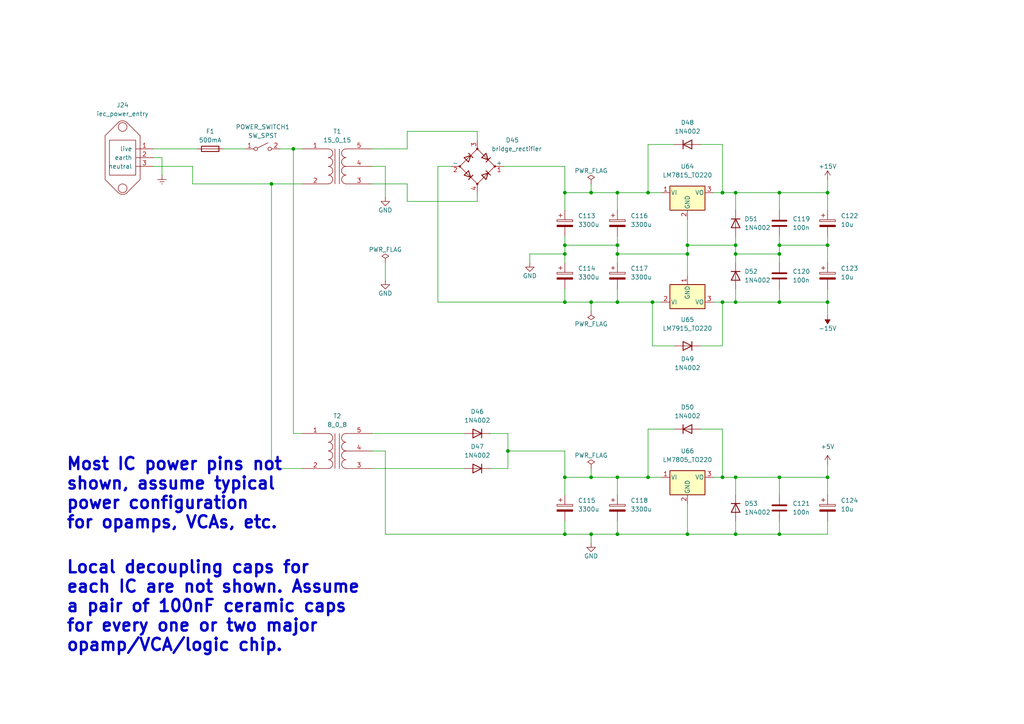
<source format=kicad_sch>
(kicad_sch (version 20221206) (generator eeschema)
  (paper "A4")
  (title_block (title "J.P. Fundrums") (date "2023-02-02") (rev "0") (comment 1 "creativecommons.org/licences/by/4.0/") (comment 2 "Licence: CC by 4.0") (comment 3 "Author: Jordan Aceto"))
  (lib_symbols
    (symbol "Device:C" (pin_numbers hide) (pin_names (offset 0.254))
      (property "Reference" "C" (at 0.635 2.54 0))
      (property "Value" "C" (at 0.635 -2.54 0))
      (symbol "C_0_1"
        (polyline (pts (xy -2.032 -0.762) (xy 2.032 -0.762)) (stroke (width 0.508)))
        (polyline (pts (xy -2.032 0.762) (xy 2.032 0.762)) (stroke (width 0.508)))
      )
      (symbol "C_1_1"
        (pin passive line (at 0 3.81 270) (length 2.794) (name "~") (number "1"))
        (pin passive line (at 0 -3.81 90) (length 2.794) (name "~") (number "2"))
      )
    )
    (symbol "Device:C_Polarized" (pin_numbers hide) (pin_names (offset 0.254))
      (property "Reference" "C" (at 0.635 2.54 0))
      (property "Value" "C_Polarized" (at 0.635 -2.54 0))
      (symbol "C_Polarized_0_1"
        (rectangle (start -2.286 0.508) (end 2.286 1.016))
        (polyline (pts (xy -1.778 2.286) (xy -0.762 2.286)))
        (polyline (pts (xy -1.27 2.794) (xy -1.27 1.778)))
        (rectangle (start 2.286 -0.508) (end -2.286 -1.016) (fill (type outline)))
      )
      (symbol "C_Polarized_1_1"
        (pin passive line (at 0 3.81 270) (length 2.794) (name "~") (number "1"))
        (pin passive line (at 0 -3.81 90) (length 2.794) (name "~") (number "2"))
      )
    )
    (symbol "Device:D_Bridge_+-AA" (pin_names (offset 0))
      (property "Reference" "D" (at 2.54 6.985 0))
      (property "Value" "D_Bridge_+-AA" (at 2.54 5.08 0))
      (symbol "D_Bridge_+-AA_0_1"
        (circle (center -5.08 0) (radius 0.254) (fill (type outline)))
        (circle (center 0 -5.08) (radius 0.254) (fill (type outline)))
        (polyline (pts (xy -2.54 3.81) (xy -1.27 2.54)) (stroke (width 0.254)))
        (polyline (pts (xy -1.27 -2.54) (xy -2.54 -3.81)) (stroke (width 0.254)))
        (polyline (pts (xy 2.54 -1.27) (xy 3.81 -2.54)) (stroke (width 0.254)))
        (polyline (pts (xy 2.54 1.27) (xy 3.81 2.54)) (stroke (width 0.254)))
        (polyline (pts (xy -3.81 2.54) (xy -2.54 1.27) (xy -1.905 3.175) (xy -3.81 2.54)) (stroke (width 0.254)))
        (polyline (pts (xy -2.54 -1.27) (xy -3.81 -2.54) (xy -1.905 -3.175) (xy -2.54 -1.27)) (stroke (width 0.254)))
        (polyline (pts (xy 1.27 2.54) (xy 2.54 3.81) (xy 3.175 1.905) (xy 1.27 2.54)) (stroke (width 0.254)))
        (polyline (pts (xy 3.175 -1.905) (xy 1.27 -2.54) (xy 2.54 -3.81) (xy 3.175 -1.905)) (stroke (width 0.254)))
        (polyline (pts (xy -5.08 0) (xy 0 -5.08) (xy 5.08 0) (xy 0 5.08) (xy -5.08 0)))
        (circle (center 0 5.08) (radius 0.254) (fill (type outline)))
        (circle (center 5.08 0) (radius 0.254) (fill (type outline)))
      )
      (symbol "D_Bridge_+-AA_1_1"
        (pin passive line (at 7.62 0 180) (length 2.54) (name "+") (number "1"))
        (pin passive line (at -7.62 0 0) (length 2.54) (name "-") (number "2"))
        (pin passive line (at 0 7.62 270) (length 2.54) (name "~") (number "3"))
        (pin passive line (at 0 -7.62 90) (length 2.54) (name "~") (number "4"))
      )
    )
    (symbol "Device:Fuse" (pin_numbers hide) (pin_names (offset 0))
      (property "Reference" "F" (at 2.032 0 90))
      (property "Value" "Fuse" (at -1.905 0 90))
      (symbol "Fuse_0_1"
        (rectangle (start -0.762 -2.54) (end 0.762 2.54) (stroke (width 0.254)))
        (polyline (pts (xy 0 2.54) (xy 0 -2.54)))
      )
      (symbol "Fuse_1_1"
        (pin passive line (at 0 3.81 270) (length 1.27) (name "~") (number "1"))
        (pin passive line (at 0 -3.81 90) (length 1.27) (name "~") (number "2"))
      )
    )
    (symbol "Device:Transformer_1P_SS" (pin_names (offset 1.016) hide)
      (property "Reference" "T" (at 0 6.35 0))
      (property "Value" "Transformer_1P_SS" (at 0 -7.62 0))
      (symbol "Transformer_1P_SS_0_1"
        (arc (start -2.54 -5.0546) (mid -1.6561 -4.6863) (end -1.27 -3.81))
        (arc (start -2.54 -2.5146) (mid -1.6561 -2.1463) (end -1.27 -1.27))
        (arc (start -2.54 0.0254) (mid -1.6561 0.3937) (end -1.27 1.27))
        (arc (start -2.54 2.5654) (mid -1.6561 2.9337) (end -1.27 3.81))
        (arc (start -1.27 -3.81) (mid -1.642 -2.912) (end -2.54 -2.54))
        (arc (start -1.27 -1.27) (mid -1.642 -0.372) (end -2.54 0))
        (arc (start -1.27 1.27) (mid -1.642 2.168) (end -2.54 2.54))
        (arc (start -1.27 3.81) (mid -1.642 4.708) (end -2.54 5.08))
        (polyline (pts (xy -0.635 5.08) (xy -0.635 -5.08)))
        (polyline (pts (xy 0.635 -5.08) (xy 0.635 5.08)))
        (arc (start 1.2954 -1.27) (mid 1.6599 -2.1501) (end 2.54 -2.5146))
        (arc (start 1.2954 1.27) (mid 1.6599 0.3899) (end 2.54 0.0254))
        (arc (start 1.2954 3.81) (mid 1.6599 2.9299) (end 2.54 2.5654))
        (arc (start 1.3208 -3.81) (mid 1.6853 -4.6901) (end 2.5654 -5.0546))
        (arc (start 2.54 0) (mid 1.6456 -0.3683) (end 1.2954 -1.27))
        (arc (start 2.54 2.54) (mid 1.6456 2.1717) (end 1.2954 1.27))
        (arc (start 2.54 5.08) (mid 1.6456 4.7117) (end 1.2954 3.81))
        (arc (start 2.5654 -2.54) (mid 1.671 -2.9083) (end 1.3208 -3.81))
      )
      (symbol "Transformer_1P_SS_1_1"
        (pin passive line (at -10.16 5.08 0) (length 7.62) (name "AA") (number "1"))
        (pin passive line (at -10.16 -5.08 0) (length 7.62) (name "AB") (number "2"))
        (pin passive line (at 10.16 -5.08 180) (length 7.62) (name "SA") (number "3"))
        (pin passive line (at 10.16 0 180) (length 7.62) (name "SC") (number "4"))
        (pin passive line (at 10.16 5.08 180) (length 7.62) (name "SB") (number "5"))
      )
    )
    (symbol "Diode:1N4002" (pin_numbers hide) (pin_names (offset 1.016) hide)
      (property "Reference" "D" (at 0 2.54 0))
      (property "Value" "1N4002" (at 0 -2.54 0))
      (symbol "1N4002_0_1"
        (polyline (pts (xy -1.27 1.27) (xy -1.27 -1.27)) (stroke (width 0.254)))
        (polyline (pts (xy 1.27 0) (xy -1.27 0)))
        (polyline (pts (xy 1.27 1.27) (xy 1.27 -1.27) (xy -1.27 0) (xy 1.27 1.27)) (stroke (width 0.254)))
      )
      (symbol "1N4002_1_1"
        (pin passive line (at -3.81 0 0) (length 2.54) (name "K") (number "1"))
        (pin passive line (at 3.81 0 180) (length 2.54) (name "A") (number "2"))
      )
    )
    (symbol "Regulator_Linear:LM7805_TO220" (pin_names (offset 0.254))
      (property "Reference" "U" (at -3.81 3.175 0))
      (property "Value" "LM7805_TO220" (at 0 3.175 0))
      (symbol "LM7805_TO220_0_1"
        (rectangle (start -5.08 1.905) (end 5.08 -5.08) (stroke (width 0.254)) (fill (type background)))
      )
      (symbol "LM7805_TO220_1_1"
        (pin power_in line (at -7.62 0 0) (length 2.54) (name "VI") (number "1"))
        (pin power_in line (at 0 -7.62 90) (length 2.54) (name "GND") (number "2"))
        (pin power_out line (at 7.62 0 180) (length 2.54) (name "VO") (number "3"))
      )
    )
    (symbol "Regulator_Linear:LM7815_TO220" (pin_names (offset 0.254))
      (property "Reference" "U" (at -3.81 3.175 0))
      (property "Value" "LM7815_TO220" (at 0 3.175 0))
      (symbol "LM7815_TO220_0_1"
        (rectangle (start -5.08 1.905) (end 5.08 -5.08) (stroke (width 0.254)) (fill (type background)))
      )
      (symbol "LM7815_TO220_1_1"
        (pin power_in line (at -7.62 0 0) (length 2.54) (name "VI") (number "1"))
        (pin power_in line (at 0 -7.62 90) (length 2.54) (name "GND") (number "2"))
        (pin power_out line (at 7.62 0 180) (length 2.54) (name "VO") (number "3"))
      )
    )
    (symbol "Regulator_Linear:LM7915_TO220" (pin_names (offset 0.254))
      (property "Reference" "U" (at -3.81 -3.175 0))
      (property "Value" "LM7915_TO220" (at 0 -3.175 0))
      (symbol "LM7915_TO220_0_1"
        (rectangle (start -5.08 5.08) (end 5.08 -1.905) (stroke (width 0.254)) (fill (type background)))
      )
      (symbol "LM7915_TO220_1_1"
        (pin power_in line (at 0 7.62 270) (length 2.54) (name "GND") (number "1"))
        (pin power_in line (at -7.62 0 0) (length 2.54) (name "VI") (number "2"))
        (pin power_out line (at 7.62 0 180) (length 2.54) (name "VO") (number "3"))
      )
    )
    (symbol "Switch:SW_SPST" (pin_names (offset 0) hide)
      (property "Reference" "SW" (at 0 3.175 0))
      (property "Value" "SW_SPST" (at 0 -2.54 0))
      (symbol "SW_SPST_0_0"
        (circle (center -2.032 0) (radius 0.508))
        (polyline (pts (xy -1.524 0.254) (xy 1.524 1.778)))
        (circle (center 2.032 0) (radius 0.508))
      )
      (symbol "SW_SPST_1_1"
        (pin passive line (at -5.08 0 0) (length 2.54) (name "A") (number "1"))
        (pin passive line (at 5.08 0 180) (length 2.54) (name "B") (number "2"))
      )
    )
    (symbol "custom_symbols:iec_power_entry" (pin_names (offset 1.016))
      (property "Reference" "J" (at 0 7.62 0))
      (property "Value" "iec_power_entry" (at 0 6.35 0))
      (symbol "iec_power_entry_0_1"
        (arc (start -10.16 1.27) (mid -10.6861 0) (end -10.16 -1.27))
        (circle (center -8.89 0) (radius 1.27))
        (polyline (pts (xy -6.35 -5.08) (xy -10.16 -1.27)))
        (polyline (pts (xy -6.35 5.08) (xy -10.16 1.27)))
        (polyline (pts (xy -6.35 -5.08) (xy 6.35 -5.08) (xy 10.16 -1.27)))
        (polyline (pts (xy -6.35 5.08) (xy 6.35 5.08) (xy 10.16 1.27)))
        (rectangle (start 5.08 3.81) (end -5.08 -3.81))
        (circle (center 8.89 0) (radius 1.27))
        (arc (start 10.16 -1.27) (mid 10.6861 0) (end 10.16 1.27))
      )
      (symbol "iec_power_entry_1_1"
        (pin power_out line (at -2.54 -8.89 90) (length 5.08) (name "live") (number "1"))
        (pin power_out line (at 0 -8.89 90) (length 5.08) (name "earth") (number "2"))
        (pin power_out line (at 2.54 -8.89 90) (length 5.08) (name "neutral") (number "3"))
      )
    )
    (symbol "power:+15V" (power) (pin_names (offset 0))
      (property "Value" "+15V" (at 0 3.556 0))
      (symbol "+15V_0_1"
        (polyline (pts (xy -0.762 1.27) (xy 0 2.54)))
        (polyline (pts (xy 0 0) (xy 0 2.54)))
        (polyline (pts (xy 0 2.54) (xy 0.762 1.27)))
      )
      (symbol "+15V_1_1"
        (pin power_in line (at 0 0 90) (length 0) hide (name "+15V") (number "1"))
      )
    )
    (symbol "power:+5V" (power) (pin_names (offset 0))
      (property "Value" "+5V" (at 0 3.556 0))
      (symbol "+5V_0_1"
        (polyline (pts (xy -0.762 1.27) (xy 0 2.54)))
        (polyline (pts (xy 0 0) (xy 0 2.54)))
        (polyline (pts (xy 0 2.54) (xy 0.762 1.27)))
      )
      (symbol "+5V_1_1"
        (pin power_in line (at 0 0 90) (length 0) hide (name "+5V") (number "1"))
      )
    )
    (symbol "power:-15V" (power) (pin_names (offset 0))
      (property "Value" "-15V" (at 0 3.81 0))
      (symbol "-15V_0_0"
        (pin power_in line (at 0 0 90) (length 0) hide (name "-15V") (number "1"))
      )
      (symbol "-15V_0_1"
        (polyline (pts (xy 0 0) (xy 0 1.27) (xy 0.762 1.27) (xy 0 2.54) (xy -0.762 1.27) (xy 0 1.27)) (fill (type outline)))
      )
    )
    (symbol "power:Earth" (power) (pin_names (offset 0))
      (symbol "Earth_0_1"
        (polyline (pts (xy -0.635 -1.905) (xy 0.635 -1.905)))
        (polyline (pts (xy -0.127 -2.54) (xy 0.127 -2.54)))
        (polyline (pts (xy 0 -1.27) (xy 0 0)))
        (polyline (pts (xy 1.27 -1.27) (xy -1.27 -1.27)))
      )
      (symbol "Earth_1_1"
        (pin power_in line (at 0 0 270) (length 0) hide (name "Earth") (number "1"))
      )
    )
    (symbol "power:GND" (power) (pin_names (offset 0))
      (property "Value" "GND" (at 0 -3.81 0))
      (symbol "GND_0_1"
        (polyline (pts (xy 0 0) (xy 0 -1.27) (xy 1.27 -1.27) (xy 0 -2.54) (xy -1.27 -1.27) (xy 0 -1.27)))
      )
      (symbol "GND_1_1"
        (pin power_in line (at 0 0 270) (length 0) hide (name "GND") (number "1"))
      )
    )
    (symbol "power:PWR_FLAG" (power) (pin_numbers hide) (pin_names (offset 0) hide)
      (property "Value" "PWR_FLAG" (at 0 3.81 0))
      (symbol "PWR_FLAG_0_0"
        (pin power_out line (at 0 0 90) (length 0) (name "pwr") (number "1"))
      )
      (symbol "PWR_FLAG_0_1"
        (polyline (pts (xy 0 0) (xy 0 1.27) (xy -1.016 1.905) (xy 0 2.54) (xy 1.016 1.905) (xy 0 1.27)))
      )
    )
  )
  (junction (at 163.83 138.43))
  (junction (at 163.83 73.66))
  (junction (at 226.06 55.88))
  (junction (at 179.07 154.94))
  (junction (at 226.06 71.12))
  (junction (at 226.06 87.63))
  (junction (at 147.32 130.81))
  (junction (at 171.45 87.63))
  (junction (at 171.45 138.43))
  (junction (at 240.03 87.63))
  (junction (at 213.36 73.66))
  (junction (at 213.36 154.94))
  (junction (at 199.39 71.12))
  (junction (at 187.96 138.43))
  (junction (at 213.36 55.88))
  (junction (at 209.55 87.63))
  (junction (at 209.55 55.88))
  (junction (at 199.39 73.66))
  (junction (at 85.09 43.18))
  (junction (at 163.83 154.94))
  (junction (at 240.03 55.88))
  (junction (at 213.36 138.43))
  (junction (at 213.36 87.63))
  (junction (at 226.06 138.43))
  (junction (at 171.45 55.88))
  (junction (at 187.96 55.88))
  (junction (at 209.55 138.43))
  (junction (at 179.07 87.63))
  (junction (at 240.03 71.12))
  (junction (at 163.83 71.12))
  (junction (at 226.06 154.94))
  (junction (at 189.23 87.63))
  (junction (at 179.07 138.43))
  (junction (at 179.07 55.88))
  (junction (at 179.07 73.66))
  (junction (at 213.36 71.12))
  (junction (at 199.39 154.94))
  (junction (at 171.45 154.94))
  (junction (at 163.83 87.63))
  (junction (at 226.06 73.66))
  (junction (at 163.83 55.88))
  (junction (at 240.03 138.43))
  (junction (at 78.74 53.34))
  (junction (at 179.07 71.12))
  (wire (pts (xy 118.11 53.34) (xy 118.11 58.42)))
  (wire (pts (xy 213.36 68.58) (xy 213.36 71.12)))
  (wire (pts (xy 147.32 135.89) (xy 147.32 130.81)))
  (wire (pts (xy 163.83 48.26) (xy 163.83 55.88)))
  (wire (pts (xy 199.39 71.12) (xy 213.36 71.12)))
  (wire (pts (xy 226.06 154.94) (xy 240.03 154.94)))
  (wire (pts (xy 179.07 55.88) (xy 187.96 55.88)))
  (wire (pts (xy 138.43 40.64) (xy 138.43 38.1)))
  (wire (pts (xy 199.39 154.94) (xy 213.36 154.94)))
  (wire (pts (xy 87.63 125.73) (xy 85.09 125.73)))
  (wire (pts (xy 199.39 146.05) (xy 199.39 154.94)))
  (wire (pts (xy 111.76 154.94) (xy 163.83 154.94)))
  (wire (pts (xy 209.55 124.46) (xy 203.2 124.46)))
  (wire (pts (xy 127 48.26) (xy 130.81 48.26)))
  (wire (pts (xy 213.36 138.43) (xy 209.55 138.43)))
  (wire (pts (xy 207.01 87.63) (xy 209.55 87.63)))
  (wire (pts (xy 213.36 87.63) (xy 226.06 87.63)))
  (wire (pts (xy 179.07 73.66) (xy 179.07 76.2)))
  (wire (pts (xy 111.76 130.81) (xy 107.95 130.81)))
  (wire (pts (xy 111.76 48.26) (xy 107.95 48.26)))
  (wire (pts (xy 179.07 151.13) (xy 179.07 154.94)))
  (wire (pts (xy 199.39 63.5) (xy 199.39 71.12)))
  (wire (pts (xy 163.83 138.43) (xy 171.45 138.43)))
  (wire (pts (xy 240.03 71.12) (xy 240.03 76.2)))
  (wire (pts (xy 226.06 55.88) (xy 226.06 60.96)))
  (wire (pts (xy 226.06 87.63) (xy 240.03 87.63)))
  (wire (pts (xy 213.36 55.88) (xy 209.55 55.88)))
  (wire (pts (xy 209.55 41.91) (xy 203.2 41.91)))
  (wire (pts (xy 240.03 52.07) (xy 240.03 55.88)))
  (wire (pts (xy 81.28 43.18) (xy 85.09 43.18)))
  (wire (pts (xy 153.67 73.66) (xy 163.83 73.66)))
  (wire (pts (xy 163.83 73.66) (xy 163.83 76.2)))
  (wire (pts (xy 213.36 71.12) (xy 213.36 73.66)))
  (wire (pts (xy 240.03 87.63) (xy 240.03 83.82)))
  (wire (pts (xy 138.43 38.1) (xy 118.11 38.1)))
  (wire (pts (xy 163.83 87.63) (xy 171.45 87.63)))
  (wire (pts (xy 134.62 125.73) (xy 107.95 125.73)))
  (wire (pts (xy 213.36 138.43) (xy 213.36 143.51)))
  (wire (pts (xy 163.83 138.43) (xy 163.83 143.51)))
  (wire (pts (xy 163.83 83.82) (xy 163.83 87.63)))
  (wire (pts (xy 85.09 43.18) (xy 87.63 43.18)))
  (wire (pts (xy 209.55 138.43) (xy 207.01 138.43)))
  (wire (pts (xy 213.36 83.82) (xy 213.36 87.63)))
  (wire (pts (xy 179.07 87.63) (xy 189.23 87.63)))
  (wire (pts (xy 213.36 73.66) (xy 226.06 73.66)))
  (wire (pts (xy 171.45 55.88) (xy 179.07 55.88)))
  (wire (pts (xy 226.06 138.43) (xy 240.03 138.43)))
  (wire (pts (xy 226.06 71.12) (xy 240.03 71.12)))
  (wire (pts (xy 138.43 58.42) (xy 138.43 55.88)))
  (wire (pts (xy 209.55 55.88) (xy 209.55 41.91)))
  (wire (pts (xy 226.06 55.88) (xy 240.03 55.88)))
  (wire (pts (xy 153.67 76.2) (xy 153.67 73.66)))
  (wire (pts (xy 78.74 53.34) (xy 55.88 53.34)))
  (wire (pts (xy 171.45 90.17) (xy 171.45 87.63)))
  (wire (pts (xy 187.96 55.88) (xy 187.96 41.91)))
  (wire (pts (xy 127 87.63) (xy 127 48.26)))
  (wire (pts (xy 163.83 130.81) (xy 163.83 138.43)))
  (wire (pts (xy 213.36 151.13) (xy 213.36 154.94)))
  (wire (pts (xy 203.2 100.33) (xy 209.55 100.33)))
  (wire (pts (xy 179.07 60.96) (xy 179.07 55.88)))
  (wire (pts (xy 209.55 138.43) (xy 209.55 124.46)))
  (wire (pts (xy 163.83 87.63) (xy 127 87.63)))
  (wire (pts (xy 163.83 71.12) (xy 179.07 71.12)))
  (wire (pts (xy 213.36 138.43) (xy 226.06 138.43)))
  (wire (pts (xy 240.03 143.51) (xy 240.03 138.43)))
  (wire (pts (xy 226.06 73.66) (xy 226.06 76.2)))
  (wire (pts (xy 240.03 68.58) (xy 240.03 71.12)))
  (wire (pts (xy 111.76 130.81) (xy 111.76 154.94)))
  (wire (pts (xy 142.24 135.89) (xy 147.32 135.89)))
  (wire (pts (xy 171.45 53.34) (xy 171.45 55.88)))
  (wire (pts (xy 64.77 43.18) (xy 71.12 43.18)))
  (wire (pts (xy 187.96 138.43) (xy 187.96 124.46)))
  (wire (pts (xy 191.77 55.88) (xy 187.96 55.88)))
  (wire (pts (xy 147.32 125.73) (xy 142.24 125.73)))
  (wire (pts (xy 171.45 135.89) (xy 171.45 138.43)))
  (wire (pts (xy 107.95 53.34) (xy 118.11 53.34)))
  (wire (pts (xy 55.88 53.34) (xy 55.88 48.26)))
  (wire (pts (xy 213.36 154.94) (xy 226.06 154.94)))
  (wire (pts (xy 171.45 138.43) (xy 179.07 138.43)))
  (wire (pts (xy 107.95 135.89) (xy 134.62 135.89)))
  (wire (pts (xy 163.83 68.58) (xy 163.83 71.12)))
  (wire (pts (xy 226.06 83.82) (xy 226.06 87.63)))
  (wire (pts (xy 240.03 60.96) (xy 240.03 55.88)))
  (wire (pts (xy 226.06 138.43) (xy 226.06 143.51)))
  (wire (pts (xy 87.63 135.89) (xy 78.74 135.89)))
  (wire (pts (xy 179.07 68.58) (xy 179.07 71.12)))
  (wire (pts (xy 87.63 53.34) (xy 78.74 53.34)))
  (wire (pts (xy 146.05 48.26) (xy 163.83 48.26)))
  (wire (pts (xy 179.07 154.94) (xy 199.39 154.94)))
  (wire (pts (xy 240.03 134.62) (xy 240.03 138.43)))
  (wire (pts (xy 191.77 138.43) (xy 187.96 138.43)))
  (wire (pts (xy 171.45 157.48) (xy 171.45 154.94)))
  (wire (pts (xy 163.83 154.94) (xy 171.45 154.94)))
  (wire (pts (xy 171.45 87.63) (xy 179.07 87.63)))
  (wire (pts (xy 111.76 76.2) (xy 111.76 81.28)))
  (wire (pts (xy 209.55 100.33) (xy 209.55 87.63)))
  (wire (pts (xy 163.83 151.13) (xy 163.83 154.94)))
  (wire (pts (xy 189.23 87.63) (xy 191.77 87.63)))
  (wire (pts (xy 187.96 124.46) (xy 195.58 124.46)))
  (wire (pts (xy 199.39 71.12) (xy 199.39 73.66)))
  (wire (pts (xy 213.36 55.88) (xy 226.06 55.88)))
  (wire (pts (xy 147.32 130.81) (xy 147.32 125.73)))
  (wire (pts (xy 78.74 53.34) (xy 78.74 135.89)))
  (wire (pts (xy 213.36 73.66) (xy 213.36 76.2)))
  (wire (pts (xy 163.83 71.12) (xy 163.83 73.66)))
  (wire (pts (xy 111.76 57.15) (xy 111.76 48.26)))
  (wire (pts (xy 171.45 154.94) (xy 179.07 154.94)))
  (wire (pts (xy 240.03 151.13) (xy 240.03 154.94)))
  (wire (pts (xy 209.55 87.63) (xy 213.36 87.63)))
  (wire (pts (xy 179.07 87.63) (xy 179.07 83.82)))
  (wire (pts (xy 118.11 38.1) (xy 118.11 43.18)))
  (wire (pts (xy 46.99 45.72) (xy 44.45 45.72)))
  (wire (pts (xy 118.11 58.42) (xy 138.43 58.42)))
  (wire (pts (xy 44.45 48.26) (xy 55.88 48.26)))
  (wire (pts (xy 195.58 100.33) (xy 189.23 100.33)))
  (wire (pts (xy 226.06 151.13) (xy 226.06 154.94)))
  (wire (pts (xy 179.07 71.12) (xy 179.07 73.66)))
  (wire (pts (xy 179.07 138.43) (xy 187.96 138.43)))
  (wire (pts (xy 226.06 71.12) (xy 226.06 73.66)))
  (wire (pts (xy 44.45 43.18) (xy 57.15 43.18)))
  (wire (pts (xy 240.03 87.63) (xy 240.03 91.44)))
  (wire (pts (xy 85.09 43.18) (xy 85.09 125.73)))
  (wire (pts (xy 199.39 73.66) (xy 199.39 80.01)))
  (wire (pts (xy 209.55 55.88) (xy 207.01 55.88)))
  (wire (pts (xy 118.11 43.18) (xy 107.95 43.18)))
  (wire (pts (xy 189.23 100.33) (xy 189.23 87.63)))
  (wire (pts (xy 163.83 55.88) (xy 171.45 55.88)))
  (wire (pts (xy 187.96 41.91) (xy 195.58 41.91)))
  (wire (pts (xy 163.83 55.88) (xy 163.83 60.96)))
  (wire (pts (xy 226.06 68.58) (xy 226.06 71.12)))
  (wire (pts (xy 46.99 50.8) (xy 46.99 45.72)))
  (wire (pts (xy 179.07 73.66) (xy 199.39 73.66)))
  (wire (pts (xy 213.36 55.88) (xy 213.36 60.96)))
  (wire (pts (xy 179.07 143.51) (xy 179.07 138.43)))
  (wire (pts (xy 147.32 130.81) (xy 163.83 130.81)))
  (text "Local decoupling caps for\neach IC are not shown. Assume\na pair of 100nF ceramic caps\nfor every one or two major\nopamp/VCA/logic chip." (at 19.05 189.23 0) (effects (font (size 3.5 3.5) bold) (justify left bottom)))
  (text "Most IC power pins not \nshown, assume typical\npower configuration\nfor opamps, VCAs, etc." (at 19.05 153.67 0) (effects (font (size 3.5 3.5) bold) (justify left bottom)))
  (symbol (lib_id "Diode:1N4002") (at 213.36 147.32 270) (unit 1)
    (property "Reference" "D53" (at 215.9 146.0499 90) (effects (justify left)))
    (property "Value" "1N4002" (at 215.9 148.5899 90) (effects (justify left)))
    (property "Footprint" "Diode_THT:D_DO-41_SOD81_P10.16mm_Horizontal" (effects hide))
    (property "Datasheet" "http://www.vishay.com/docs/88503/1n4001.pdf" (effects hide))
  )
  (symbol (lib_id "Diode:1N4002") (at 138.43 125.73 180) (unit 1)
    (property "Reference" "D46" (at 138.43 119.38 0))
    (property "Value" "1N4002" (at 138.43 121.92 0))
    (property "Footprint" "Diode_THT:D_DO-41_SOD81_P10.16mm_Horizontal" (effects hide))
    (property "Datasheet" "http://www.vishay.com/docs/88503/1n4001.pdf" (effects hide))
  )
  (symbol (lib_id "Device:Transformer_1P_SS") (at 97.79 48.26 0) (unit 1)
    (property "Reference" "T1" (at 97.8027 38.1 0))
    (property "Value" "15_0_15" (at 97.8027 40.64 0))
  )
  (symbol (lib_id "Regulator_Linear:LM7815_TO220") (at 199.39 55.88 0) (unit 1)
    (property "Reference" "U64" (at 199.39 48.26 0))
    (property "Value" "LM7815_TO220" (at 199.39 50.8 0))
    (property "Footprint" "Package_TO_SOT_THT:TO-220-3_Vertical" (effects hide))
    (property "Datasheet" "https://www.onsemi.cn/PowerSolutions/document/MC7800-D.PDF" (effects hide))
  )
  (symbol (lib_id "power:+15V") (at 240.03 52.07 0) (unit 1)
    (property "Reference" "#PWR017" (effects hide))
    (property "Value" "+15V" (at 240.03 48.26 0))
  )
  (symbol (lib_id "Diode:1N4002") (at 199.39 100.33 180) (unit 1)
    (property "Reference" "D49" (at 199.39 104.14 0))
    (property "Value" "1N4002" (at 199.39 106.68 0))
    (property "Footprint" "Diode_THT:D_DO-41_SOD81_P10.16mm_Horizontal" (effects hide))
    (property "Datasheet" "http://www.vishay.com/docs/88503/1n4001.pdf" (effects hide))
  )
  (symbol (lib_id "Device:C_Polarized") (at 179.07 147.32 0) (unit 1)
    (property "Reference" "C118" (at 182.88 145.161 0) (effects (justify left)))
    (property "Value" "3300u" (at 182.88 147.701 0) (effects (justify left)))
  )
  (symbol (lib_id "power:PWR_FLAG") (at 171.45 90.17 180) (unit 1)
    (property "Reference" "#FLG03" (effects hide))
    (property "Value" "PWR_FLAG" (at 171.45 93.98 0))
  )
  (symbol (lib_id "power:PWR_FLAG") (at 171.45 135.89 0) (unit 1)
    (property "Reference" "#FLG05" (effects hide))
    (property "Value" "PWR_FLAG" (at 171.45 132.08 0))
  )
  (symbol (lib_id "power:Earth") (at 46.99 50.8 0) (unit 1)
    (property "Reference" "#PWR011" (effects hide))
    (property "Value" "Earth" (effects hide))
  )
  (symbol (lib_id "Diode:1N4002") (at 213.36 64.77 270) (unit 1)
    (property "Reference" "D51" (at 215.9 63.4999 90) (effects (justify left)))
    (property "Value" "1N4002" (at 215.9 66.0399 90) (effects (justify left)))
    (property "Footprint" "Diode_THT:D_DO-41_SOD81_P10.16mm_Horizontal" (effects hide))
    (property "Datasheet" "http://www.vishay.com/docs/88503/1n4001.pdf" (effects hide))
  )
  (symbol (lib_id "Diode:1N4002") (at 199.39 124.46 0) (unit 1)
    (property "Reference" "D50" (at 199.39 118.11 0))
    (property "Value" "1N4002" (at 199.39 120.65 0))
    (property "Footprint" "Diode_THT:D_DO-41_SOD81_P10.16mm_Horizontal" (effects hide))
    (property "Datasheet" "http://www.vishay.com/docs/88503/1n4001.pdf" (effects hide))
  )
  (symbol (lib_id "power:GND") (at 111.76 57.15 0) (unit 1)
    (property "Reference" "#PWR012" (effects hide))
    (property "Value" "GND" (at 111.76 60.96 0))
  )
  (symbol (lib_id "Device:C_Polarized") (at 240.03 147.32 0) (unit 1)
    (property "Reference" "C124" (at 243.84 145.1609 0) (effects (justify left)))
    (property "Value" "10u" (at 243.84 147.7009 0) (effects (justify left)))
  )
  (symbol (lib_id "power:GND") (at 153.67 76.2 0) (unit 1)
    (property "Reference" "#PWR013" (effects hide))
    (property "Value" "GND" (at 153.67 80.01 0))
  )
  (symbol (lib_id "Switch:SW_SPST") (at 76.2 43.18 0) (unit 1)
    (property "Reference" "POWER_SWITCH1" (at 76.2 36.83 0))
    (property "Value" "SW_SPST" (at 76.2 39.37 0))
  )
  (symbol (lib_id "Device:C_Polarized") (at 179.07 80.01 0) (unit 1)
    (property "Reference" "C117" (at 182.88 77.851 0) (effects (justify left)))
    (property "Value" "3300u" (at 182.88 80.391 0) (effects (justify left)))
  )
  (symbol (lib_id "Device:C_Polarized") (at 240.03 80.01 0) (unit 1)
    (property "Reference" "C123" (at 243.84 77.8509 0) (effects (justify left)))
    (property "Value" "10u" (at 243.84 80.3909 0) (effects (justify left)))
  )
  (symbol (lib_id "Device:C_Polarized") (at 163.83 64.77 0) (unit 1)
    (property "Reference" "C113" (at 167.64 62.611 0) (effects (justify left)))
    (property "Value" "3300u" (at 167.64 65.151 0) (effects (justify left)))
  )
  (symbol (lib_id "power:+5V") (at 240.03 134.62 0) (unit 1)
    (property "Reference" "#PWR06" (effects hide))
    (property "Value" "+5V" (at 240.03 129.54 0))
  )
  (symbol (lib_id "Device:Fuse") (at 60.96 43.18 90) (unit 1)
    (property "Reference" "F1" (at 60.96 38.1 90))
    (property "Value" "500mA" (at 60.96 40.64 90))
  )
  (symbol (lib_id "Regulator_Linear:LM7915_TO220") (at 199.39 87.63 0) (unit 1)
    (property "Reference" "U65" (at 199.39 92.71 0))
    (property "Value" "LM7915_TO220" (at 199.39 95.25 0))
    (property "Footprint" "Package_TO_SOT_THT:TO-220-3_Vertical" (effects hide))
    (property "Datasheet" "https://www.onsemi.com/pub/Collateral/MC7900-D.PDF" (effects hide))
  )
  (symbol (lib_id "Diode:1N4002") (at 199.39 41.91 0) (unit 1)
    (property "Reference" "D48" (at 199.39 35.56 0))
    (property "Value" "1N4002" (at 199.39 38.1 0))
    (property "Footprint" "Diode_THT:D_DO-41_SOD81_P10.16mm_Horizontal" (effects hide))
    (property "Datasheet" "http://www.vishay.com/docs/88503/1n4001.pdf" (effects hide))
  )
  (symbol (lib_id "power:PWR_FLAG") (at 111.76 76.2 0) (unit 1)
    (property "Reference" "#FLG04" (effects hide))
    (property "Value" "PWR_FLAG" (at 111.76 72.39 0))
  )
  (symbol (lib_id "Regulator_Linear:LM7805_TO220") (at 199.39 138.43 0) (unit 1)
    (property "Reference" "U66" (at 199.39 130.81 0))
    (property "Value" "LM7805_TO220" (at 199.39 133.35 0))
    (property "Footprint" "Package_TO_SOT_THT:TO-220-3_Vertical" (effects hide))
    (property "Datasheet" "https://www.onsemi.cn/PowerSolutions/document/MC7800-D.PDF" (effects hide))
  )
  (symbol (lib_id "power:GND") (at 171.45 157.48 0) (unit 1)
    (property "Reference" "#PWR05" (effects hide))
    (property "Value" "GND" (at 171.45 161.29 0))
  )
  (symbol (lib_id "power:GND") (at 111.76 81.28 0) (unit 1)
    (property "Reference" "#PWR07" (effects hide))
    (property "Value" "GND" (at 111.76 85.09 0))
  )
  (symbol (lib_id "Device:D_Bridge_+-AA") (at 138.43 48.26 0) (unit 1)
    (property "Reference" "D45" (at 148.59 40.64 0))
    (property "Value" "bridge_rectifier" (at 149.86 43.18 0))
  )
  (symbol (lib_id "power:PWR_FLAG") (at 171.45 53.34 0) (unit 1)
    (property "Reference" "#FLG02" (effects hide))
    (property "Value" "PWR_FLAG" (at 171.45 49.53 0))
  )
  (symbol (lib_id "Device:C") (at 226.06 147.32 0) (unit 1)
    (property "Reference" "C121" (at 229.87 146.0499 0) (effects (justify left)))
    (property "Value" "100n" (at 229.87 148.5899 0) (effects (justify left)))
  )
  (symbol (lib_id "Device:C_Polarized") (at 240.03 64.77 0) (unit 1)
    (property "Reference" "C122" (at 243.84 62.6109 0) (effects (justify left)))
    (property "Value" "10u" (at 243.84 65.1509 0) (effects (justify left)))
  )
  (symbol (lib_id "Device:C") (at 226.06 64.77 0) (unit 1)
    (property "Reference" "C119" (at 229.87 63.4999 0) (effects (justify left)))
    (property "Value" "100n" (at 229.87 66.0399 0) (effects (justify left)))
  )
  (symbol (lib_id "Device:C_Polarized") (at 163.83 80.01 0) (unit 1)
    (property "Reference" "C114" (at 167.64 77.851 0) (effects (justify left)))
    (property "Value" "3300u" (at 167.64 80.391 0) (effects (justify left)))
  )
  (symbol (lib_id "Device:C_Polarized") (at 163.83 147.32 0) (unit 1)
    (property "Reference" "C115" (at 167.64 145.161 0) (effects (justify left)))
    (property "Value" "3300u" (at 167.64 147.701 0) (effects (justify left)))
  )
  (symbol (lib_id "custom_symbols:iec_power_entry") (at 35.56 45.72 90) (mirror x) (unit 1)
    (property "Reference" "J24" (at 35.56 30.48 90))
    (property "Value" "iec_power_entry" (at 35.56 33.02 90))
  )
  (symbol (lib_id "Device:C") (at 226.06 80.01 0) (unit 1)
    (property "Reference" "C120" (at 229.87 78.7399 0) (effects (justify left)))
    (property "Value" "100n" (at 229.87 81.2799 0) (effects (justify left)))
  )
  (symbol (lib_id "power:-15V") (at 240.03 91.44 180) (unit 1)
    (property "Reference" "#PWR018" (effects hide))
    (property "Value" "-15V" (at 240.03 95.25 0))
  )
  (symbol (lib_id "Device:Transformer_1P_SS") (at 97.79 130.81 0) (unit 1)
    (property "Reference" "T2" (at 97.8027 120.65 0))
    (property "Value" "8_0_8" (at 97.8027 123.19 0))
  )
  (symbol (lib_id "Diode:1N4002") (at 138.43 135.89 180) (unit 1)
    (property "Reference" "D47" (at 138.43 129.54 0))
    (property "Value" "1N4002" (at 138.43 132.08 0))
    (property "Footprint" "Diode_THT:D_DO-41_SOD81_P10.16mm_Horizontal" (effects hide))
    (property "Datasheet" "http://www.vishay.com/docs/88503/1n4001.pdf" (effects hide))
  )
  (symbol (lib_id "Diode:1N4002") (at 213.36 80.01 270) (unit 1)
    (property "Reference" "D52" (at 215.9 78.7399 90) (effects (justify left)))
    (property "Value" "1N4002" (at 215.9 81.28 90) (effects (justify left)))
    (property "Footprint" "Diode_THT:D_DO-41_SOD81_P10.16mm_Horizontal" (effects hide))
    (property "Datasheet" "http://www.vishay.com/docs/88503/1n4001.pdf" (effects hide))
  )
  (symbol (lib_id "Device:C_Polarized") (at 179.07 64.77 0) (unit 1)
    (property "Reference" "C116" (at 182.88 62.611 0) (effects (justify left)))
    (property "Value" "3300u" (at 182.88 65.151 0) (effects (justify left)))
  )
)
</source>
